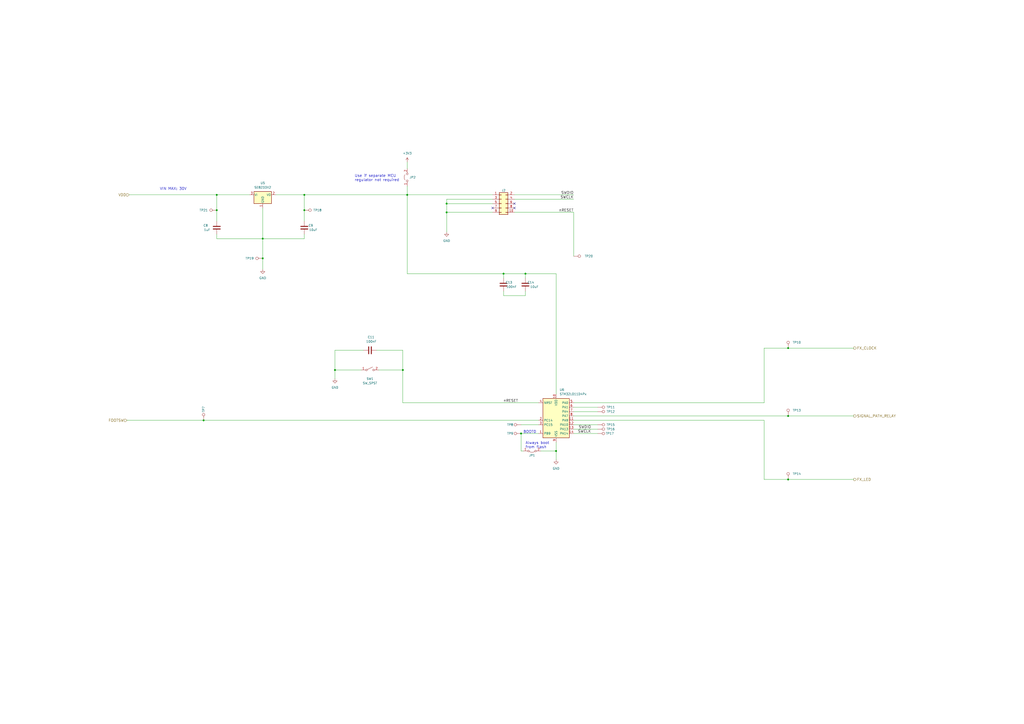
<source format=kicad_sch>
(kicad_sch (version 20211123) (generator eeschema)
  (paper "A2")
  (lib_symbols
    (symbol "Connector:TestPoint" (pin_numbers hide) (pin_names (offset 0.762) hide)
      (property "Reference" "TP" (at 0 6.858 0))
      (property "Value" "TestPoint" (at 0 5.08 0))
      (symbol "TestPoint_0_1"
        (circle (center 0 3.302) (radius 0.762))
      )
      (symbol "TestPoint_1_1"
        (pin passive line (at 0 0 90) (length 2.54) (name "1") (number "1"))
      )
    )
    (symbol "Connector_Generic:Conn_02x05_Odd_Even" (pin_names (offset 1.016) hide)
      (property "Reference" "J" (at 1.27 7.62 0))
      (property "Value" "Conn_02x05_Odd_Even" (at 1.27 -7.62 0))
      (symbol "Conn_02x05_Odd_Even_1_1"
        (rectangle (start -1.27 -4.953) (end 0 -5.207) (stroke (width 0.1524)))
        (rectangle (start -1.27 -2.413) (end 0 -2.667) (stroke (width 0.1524)))
        (rectangle (start -1.27 0.127) (end 0 -0.127) (stroke (width 0.1524)))
        (rectangle (start -1.27 2.667) (end 0 2.413) (stroke (width 0.1524)))
        (rectangle (start -1.27 5.207) (end 0 4.953) (stroke (width 0.1524)))
        (rectangle (start -1.27 6.35) (end 3.81 -6.35) (stroke (width 0.254)) (fill (type background)))
        (rectangle (start 3.81 -4.953) (end 2.54 -5.207) (stroke (width 0.1524)))
        (rectangle (start 3.81 -2.413) (end 2.54 -2.667) (stroke (width 0.1524)))
        (rectangle (start 3.81 0.127) (end 2.54 -0.127) (stroke (width 0.1524)))
        (rectangle (start 3.81 2.667) (end 2.54 2.413) (stroke (width 0.1524)))
        (rectangle (start 3.81 5.207) (end 2.54 4.953) (stroke (width 0.1524)))
        (pin passive line (at -5.08 5.08 0) (length 3.81) (name "Pin_1") (number "1"))
        (pin passive line (at 7.62 -5.08 180) (length 3.81) (name "Pin_10") (number "10"))
        (pin passive line (at 7.62 5.08 180) (length 3.81) (name "Pin_2") (number "2"))
        (pin passive line (at -5.08 2.54 0) (length 3.81) (name "Pin_3") (number "3"))
        (pin passive line (at 7.62 2.54 180) (length 3.81) (name "Pin_4") (number "4"))
        (pin passive line (at -5.08 0 0) (length 3.81) (name "Pin_5") (number "5"))
        (pin passive line (at 7.62 0 180) (length 3.81) (name "Pin_6") (number "6"))
        (pin passive line (at -5.08 -2.54 0) (length 3.81) (name "Pin_7") (number "7"))
        (pin passive line (at 7.62 -2.54 180) (length 3.81) (name "Pin_8") (number "8"))
        (pin passive line (at -5.08 -5.08 0) (length 3.81) (name "Pin_9") (number "9"))
      )
    )
    (symbol "Device:C" (pin_numbers hide) (pin_names (offset 0.254))
      (property "Reference" "C" (at 0.635 2.54 0))
      (property "Value" "C" (at 0.635 -2.54 0))
      (symbol "C_0_1"
        (polyline (pts (xy -2.032 -0.762) (xy 2.032 -0.762)) (stroke (width 0.508)))
        (polyline (pts (xy -2.032 0.762) (xy 2.032 0.762)) (stroke (width 0.508)))
      )
      (symbol "C_1_1"
        (pin passive line (at 0 3.81 270) (length 2.794) (name "~") (number "1"))
        (pin passive line (at 0 -3.81 90) (length 2.794) (name "~") (number "2"))
      )
    )
    (symbol "Jumper:Jumper_2_Bridged" (pin_names (offset 0) hide)
      (property "Reference" "JP" (at 0 1.905 0))
      (property "Value" "Jumper_2_Bridged" (at 0 -2.54 0))
      (symbol "Jumper_2_Bridged_0_0"
        (circle (center -2.032 0) (radius 0.508))
        (circle (center 2.032 0) (radius 0.508))
      )
      (symbol "Jumper_2_Bridged_0_1"
        (arc (start 1.524 0.254) (mid 0 0.762) (end -1.524 0.254))
      )
      (symbol "Jumper_2_Bridged_1_1"
        (pin passive line (at -5.08 0 0) (length 2.54) (name "A") (number "1"))
        (pin passive line (at 5.08 0 180) (length 2.54) (name "B") (number "2"))
      )
    )
    (symbol "Jumper:Jumper_2_Open" (pin_names (offset 0) hide)
      (property "Reference" "JP" (at 0 2.794 0))
      (property "Value" "Jumper_2_Open" (at 0 -2.286 0))
      (symbol "Jumper_2_Open_0_0"
        (circle (center -2.032 0) (radius 0.508))
        (circle (center 2.032 0) (radius 0.508))
      )
      (symbol "Jumper_2_Open_0_1"
        (arc (start 1.524 1.27) (mid 0 1.778) (end -1.524 1.27))
      )
      (symbol "Jumper_2_Open_1_1"
        (pin passive line (at -5.08 0 0) (length 2.54) (name "A") (number "1"))
        (pin passive line (at 5.08 0 180) (length 2.54) (name "B") (number "2"))
      )
    )
    (symbol "MCU_ST_STM32L0:STM32L011D4Px"
      (property "Reference" "U" (at -7.62 11.43 0))
      (property "Value" "STM32L011D4Px" (at 2.54 11.43 0))
      (symbol "STM32L011D4Px_0_1"
        (rectangle (start -7.62 -12.7) (end 7.62 10.16) (stroke (width 0.254)) (fill (type background)))
      )
      (symbol "STM32L011D4Px_1_1"
        (pin bidirectional line (at -10.16 -10.16 0) (length 2.54) (name "PB9") (number "1"))
        (pin power_in line (at 0 12.7 270) (length 2.54) (name "VDD") (number "10"))
        (pin bidirectional line (at 10.16 -2.54 180) (length 2.54) (name "PA9") (number "11"))
        (pin bidirectional line (at 10.16 -5.08 180) (length 2.54) (name "PA10") (number "12"))
        (pin bidirectional line (at 10.16 -7.62 180) (length 2.54) (name "PA13") (number "13"))
        (pin bidirectional line (at 10.16 -10.16 180) (length 2.54) (name "PA14") (number "14"))
        (pin bidirectional line (at -10.16 -2.54 0) (length 2.54) (name "PC14") (number "2"))
        (pin bidirectional line (at -10.16 -5.08 0) (length 2.54) (name "PC15") (number "3"))
        (pin input line (at -10.16 7.62 0) (length 2.54) (name "NRST") (number "4"))
        (pin bidirectional line (at 10.16 7.62 180) (length 2.54) (name "PA0") (number "5"))
        (pin bidirectional line (at 10.16 5.08 180) (length 2.54) (name "PA1") (number "6"))
        (pin bidirectional line (at 10.16 2.54 180) (length 2.54) (name "PA4") (number "7"))
        (pin bidirectional line (at 10.16 0 180) (length 2.54) (name "PA7") (number "8"))
        (pin power_in line (at 0 -15.24 90) (length 2.54) (name "VSS") (number "9"))
      )
    )
    (symbol "Regulator_Linear:MCP1700-3302E_SOT23" (pin_names (offset 0.254))
      (property "Reference" "U" (at -3.81 3.175 0))
      (property "Value" "MCP1700-3302E_SOT23" (at 0 3.175 0))
      (symbol "MCP1700-3302E_SOT23_0_1"
        (rectangle (start -5.08 1.905) (end 5.08 -5.08) (stroke (width 0.254)) (fill (type background)))
      )
      (symbol "MCP1700-3302E_SOT23_1_1"
        (pin power_in line (at 0 -7.62 90) (length 2.54) (name "GND") (number "1"))
        (pin power_out line (at 7.62 0 180) (length 2.54) (name "VO") (number "2"))
        (pin power_in line (at -7.62 0 0) (length 2.54) (name "VI") (number "3"))
      )
    )
    (symbol "Switch:SW_SPST" (pin_names (offset 0) hide)
      (property "Reference" "SW" (at 0 3.175 0))
      (property "Value" "SW_SPST" (at 0 -2.54 0))
      (symbol "SW_SPST_0_0"
        (circle (center -2.032 0) (radius 0.508))
        (polyline (pts (xy -1.524 0.254) (xy 1.524 1.778)))
        (circle (center 2.032 0) (radius 0.508))
      )
      (symbol "SW_SPST_1_1"
        (pin passive line (at -5.08 0 0) (length 2.54) (name "A") (number "1"))
        (pin passive line (at 5.08 0 180) (length 2.54) (name "B") (number "2"))
      )
    )
    (symbol "power:+3.3V" (power) (pin_names (offset 0))
      (property "Value" "+3.3V" (at 0 3.556 0))
      (symbol "+3.3V_0_1"
        (polyline (pts (xy -0.762 1.27) (xy 0 2.54)))
        (polyline (pts (xy 0 0) (xy 0 2.54)))
        (polyline (pts (xy 0 2.54) (xy 0.762 1.27)))
      )
      (symbol "+3.3V_1_1"
        (pin power_in line (at 0 0 90) (length 0) hide (name "+3V3") (number "1"))
      )
    )
    (symbol "power:GND" (power) (pin_names (offset 0))
      (property "Value" "GND" (at 0 -3.81 0))
      (symbol "GND_0_1"
        (polyline (pts (xy 0 0) (xy 0 -1.27) (xy 1.27 -1.27) (xy 0 -2.54) (xy -1.27 -1.27) (xy 0 -1.27)))
      )
      (symbol "GND_1_1"
        (pin power_in line (at 0 0 270) (length 0) hide (name "GND") (number "1"))
      )
    )
  )
  (junction (at 176.53 121.92))
  (junction (at 118.11 243.84))
  (junction (at 259.08 123.19))
  (junction (at 457.2 278.13))
  (junction (at 176.53 113.03))
  (junction (at 304.8 158.75))
  (junction (at 194.31 214.63))
  (junction (at 302.26 251.46))
  (junction (at 152.4 149.86))
  (junction (at 322.58 261.62))
  (junction (at 457.2 201.93))
  (junction (at 292.1 158.75))
  (junction (at 457.2 241.3))
  (junction (at 125.73 113.03))
  (junction (at 259.08 118.11))
  (junction (at 236.22 113.03))
  (junction (at 152.4 138.43))
  (junction (at 125.73 121.92))
  (junction (at 233.68 214.63))
  (no_connect (at 298.45 120.65))
  (no_connect (at 298.45 118.11))
  (no_connect (at 285.75 120.65))
  (wire (pts (xy 236.22 158.75) (xy 292.1 158.75)))
  (wire (pts (xy 332.74 246.38) (xy 346.71 246.38)))
  (wire (pts (xy 218.44 203.2) (xy 233.68 203.2)))
  (wire (pts (xy 298.45 123.19) (xy 332.74 123.19)))
  (wire (pts (xy 443.23 233.68) (xy 443.23 201.93)))
  (wire (pts (xy 304.8 158.75) (xy 322.58 158.75)))
  (wire (pts (xy 302.26 261.62) (xy 303.53 261.62)))
  (wire (pts (xy 125.73 113.03) (xy 125.73 121.92)))
  (wire (pts (xy 332.74 243.84) (xy 443.23 243.84)))
  (wire (pts (xy 233.68 233.68) (xy 312.42 233.68)))
  (wire (pts (xy 194.31 203.2) (xy 194.31 214.63)))
  (wire (pts (xy 74.93 113.03) (xy 125.73 113.03)))
  (wire (pts (xy 285.75 115.57) (xy 259.08 115.57)))
  (wire (pts (xy 152.4 149.86) (xy 152.4 156.21)))
  (wire (pts (xy 302.26 251.46) (xy 302.26 261.62)))
  (wire (pts (xy 292.1 158.75) (xy 292.1 161.29)))
  (wire (pts (xy 152.4 138.43) (xy 176.53 138.43)))
  (wire (pts (xy 332.74 241.3) (xy 457.2 241.3)))
  (wire (pts (xy 457.2 278.13) (xy 495.3 278.13)))
  (wire (pts (xy 259.08 123.19) (xy 285.75 123.19)))
  (wire (pts (xy 346.71 251.46) (xy 332.74 251.46)))
  (wire (pts (xy 292.1 168.91) (xy 292.1 171.45)))
  (wire (pts (xy 332.74 123.19) (xy 332.74 148.59)))
  (wire (pts (xy 236.22 113.03) (xy 236.22 158.75)))
  (wire (pts (xy 236.22 113.03) (xy 285.75 113.03)))
  (wire (pts (xy 259.08 118.11) (xy 259.08 123.19)))
  (wire (pts (xy 125.73 121.92) (xy 125.73 128.27)))
  (wire (pts (xy 176.53 121.92) (xy 176.53 128.27)))
  (wire (pts (xy 176.53 113.03) (xy 236.22 113.03)))
  (wire (pts (xy 298.45 115.57) (xy 332.74 115.57)))
  (wire (pts (xy 125.73 135.89) (xy 125.73 138.43)))
  (wire (pts (xy 292.1 171.45) (xy 304.8 171.45)))
  (wire (pts (xy 332.74 233.68) (xy 443.23 233.68)))
  (wire (pts (xy 322.58 158.75) (xy 322.58 228.6)))
  (wire (pts (xy 313.69 261.62) (xy 322.58 261.62)))
  (wire (pts (xy 443.23 278.13) (xy 457.2 278.13)))
  (wire (pts (xy 152.4 120.65) (xy 152.4 138.43)))
  (wire (pts (xy 304.8 158.75) (xy 304.8 161.29)))
  (wire (pts (xy 259.08 118.11) (xy 285.75 118.11)))
  (wire (pts (xy 298.45 113.03) (xy 332.74 113.03)))
  (wire (pts (xy 302.26 251.46) (xy 312.42 251.46)))
  (wire (pts (xy 118.11 243.84) (xy 312.42 243.84)))
  (wire (pts (xy 457.2 201.93) (xy 495.3 201.93)))
  (wire (pts (xy 236.22 93.98) (xy 236.22 97.79)))
  (wire (pts (xy 304.8 171.45) (xy 304.8 168.91)))
  (wire (pts (xy 457.2 241.3) (xy 495.3 241.3)))
  (wire (pts (xy 209.55 214.63) (xy 194.31 214.63)))
  (wire (pts (xy 73.66 243.84) (xy 118.11 243.84)))
  (wire (pts (xy 144.78 113.03) (xy 125.73 113.03)))
  (wire (pts (xy 233.68 203.2) (xy 233.68 214.63)))
  (wire (pts (xy 346.71 248.92) (xy 332.74 248.92)))
  (wire (pts (xy 233.68 214.63) (xy 233.68 233.68)))
  (wire (pts (xy 322.58 256.54) (xy 322.58 261.62)))
  (wire (pts (xy 160.02 113.03) (xy 176.53 113.03)))
  (wire (pts (xy 194.31 203.2) (xy 210.82 203.2)))
  (wire (pts (xy 259.08 115.57) (xy 259.08 118.11)))
  (wire (pts (xy 332.74 236.22) (xy 346.71 236.22)))
  (wire (pts (xy 176.53 135.89) (xy 176.53 138.43)))
  (wire (pts (xy 322.58 261.62) (xy 322.58 266.7)))
  (wire (pts (xy 302.26 246.38) (xy 312.42 246.38)))
  (wire (pts (xy 292.1 158.75) (xy 304.8 158.75)))
  (wire (pts (xy 259.08 123.19) (xy 259.08 134.62)))
  (wire (pts (xy 219.71 214.63) (xy 233.68 214.63)))
  (wire (pts (xy 194.31 214.63) (xy 194.31 219.71)))
  (wire (pts (xy 332.74 238.76) (xy 346.71 238.76)))
  (wire (pts (xy 443.23 201.93) (xy 457.2 201.93)))
  (wire (pts (xy 236.22 107.95) (xy 236.22 113.03)))
  (wire (pts (xy 152.4 138.43) (xy 152.4 149.86)))
  (wire (pts (xy 443.23 278.13) (xy 443.23 243.84)))
  (wire (pts (xy 176.53 113.03) (xy 176.53 121.92)))
  (wire (pts (xy 125.73 138.43) (xy 152.4 138.43)))
  (text "Always boot \nfrom flash" (at 304.8 260.35 0) (effects (font (size 1.524 1.524)) (justify left bottom)))
  (text "BOOT0" (at 303.53 251.46 0) (effects (font (size 1.524 1.524)) (justify left bottom)))
  (text "Use if separate MCU\nregulator not required" (at 205.74 105.41 0) (effects (font (size 1.524 1.524)) (justify left bottom)))
  (text "VIN MAX: 30V" (at 92.71 110.49 0) (effects (font (size 1.524 1.524)) (justify left bottom)))
  (label "SWCLK" (at 342.9 251.46 180) (effects (font (size 1.524 1.524))))
  (label "nRESET" (at 332.74 123.19 180) (effects (font (size 1.524 1.524))))
  (label "SWDIO" (at 332.74 113.03 180) (effects (font (size 1.524 1.524))))
  (label "nRESET" (at 292.1 233.68 0) (effects (font (size 1.524 1.524))))
  (label "SWCLK" (at 332.74 115.57 180) (effects (font (size 1.524 1.524))))
  (label "SWDIO" (at 342.9 248.92 180) (effects (font (size 1.524 1.524))))
  (hierarchical_label "VDD" (shape input) (at 74.93 113.03 180) (effects (font (size 1.524 1.524))))
  (hierarchical_label "FOOTSW" (shape input) (at 73.66 243.84 180) (effects (font (size 1.524 1.524))))
  (hierarchical_label "SIGNAL_PATH_RELAY" (shape output) (at 495.3 241.3 0) (effects (font (size 1.524 1.524))))
  (hierarchical_label "FX_LED" (shape output) (at 495.3 278.13 0) (effects (font (size 1.524 1.524))))
  (hierarchical_label "FX_CLOCK" (shape output) (at 495.3 201.93 0) (effects (font (size 1.524 1.524))))
  (symbol (lib_id "MCU_ST_STM32L0:STM32L011D4Px") (at 322.58 241.3 0) (unit 1)
    (property "Reference" "U6" (at 324.5994 226.06 0) (effects (justify left)))
    (property "Value" "STM32L011D4Px" (at 324.5994 228.6 0) (effects (justify left)))
    (property "Footprint" "Package_SO:TSSOP-14_4.4x5mm_P0.65mm" (effects hide))
    (property "Datasheet" "http://www.st.com/st-web-ui/static/active/en/resource/technical/document/datasheet/DM00206508.pdf" (effects hide))
  )
  (symbol (lib_id "Switch:SW_SPST") (at 214.63 214.63 0) (unit 1)
    (property "Reference" "SW1" (at 214.63 219.71 0))
    (property "Value" "SW_SPST" (at 214.63 222.25 0))
  )
  (symbol (lib_id "Connector:TestPoint") (at 332.74 148.59 270) (unit 1)
    (property "Reference" "TP20" (at 339.09 148.59 90) (effects (justify left)))
    (property "Value" "TestPoint" (effects hide))
    (property "Footprint" "TestPoint:TestPoint_Pad_D1.0mm" (effects hide))
  )
  (symbol (lib_id "Connector:TestPoint") (at 125.73 121.92 90) (unit 1)
    (property "Reference" "TP21" (at 118.11 121.92 90))
    (property "Value" "TestPoint" (effects hide))
    (property "Footprint" "TestPoint:TestPoint_Pad_D1.0mm" (effects hide))
  )
  (symbol (lib_id "Connector:TestPoint") (at 457.2 241.3 0) (unit 1)
    (property "Reference" "TP13" (at 459.74 237.9979 0) (effects (justify left)))
    (property "Value" "TestPoint" (effects hide))
    (property "Footprint" "TestPoint:TestPoint_Pad_D1.0mm" (effects hide))
  )
  (symbol (lib_id "Regulator_Linear:MCP1700-3302E_SOT23") (at 152.4 113.03 0) (unit 1)
    (property "Reference" "U5" (at 152.4 106.172 0))
    (property "Value" "SE8233X2" (at 152.4 108.712 0))
    (property "Footprint" "Package_TO_SOT_SMD:SOT-23" (effects hide))
    (property "Datasheet" "https://datasheet.lcsc.com/lcsc/2201242200_Seaward-Elec-SE8233X2-HF_C437587.pdf" (effects hide))
  )
  (symbol (lib_id "Connector:TestPoint") (at 346.71 246.38 270) (unit 1)
    (property "Reference" "TP15" (at 351.79 246.3799 90) (effects (justify left)))
    (property "Value" "TestPoint" (effects hide))
    (property "Footprint" "TestPoint:TestPoint_Pad_D1.0mm" (effects hide))
  )
  (symbol (lib_id "Connector:TestPoint") (at 346.71 236.22 270) (unit 1)
    (property "Reference" "TP11" (at 351.79 236.2199 90) (effects (justify left)))
    (property "Value" "TestPoint" (effects hide))
    (property "Footprint" "TestPoint:TestPoint_Pad_D1.0mm" (effects hide))
  )
  (symbol (lib_id "Connector:TestPoint") (at 457.2 201.93 0) (unit 1)
    (property "Reference" "TP10" (at 459.74 198.6279 0) (effects (justify left)))
    (property "Value" "TestPoint" (effects hide))
    (property "Footprint" "TestPoint:TestPoint_Pad_D1.0mm" (effects hide))
  )
  (symbol (lib_id "Connector:TestPoint") (at 176.53 121.92 270) (unit 1)
    (property "Reference" "TP18" (at 184.15 121.92 90))
    (property "Value" "TestPoint" (effects hide))
    (property "Footprint" "TestPoint:TestPoint_Pad_D1.0mm" (effects hide))
  )
  (symbol (lib_id "Connector:TestPoint") (at 346.71 251.46 270) (unit 1)
    (property "Reference" "TP17" (at 353.695 251.46 90))
    (property "Value" "TestPoint" (effects hide))
    (property "Footprint" "TestPoint:TestPoint_Pad_D1.0mm" (effects hide))
  )
  (symbol (lib_id "Connector:TestPoint") (at 302.26 246.38 90) (unit 1)
    (property "Reference" "TP8" (at 295.91 246.38 90))
    (property "Value" "TestPoint" (effects hide))
    (property "Footprint" "TestPoint:TestPoint_Pad_D1.0mm" (effects hide))
  )
  (symbol (lib_id "Connector:TestPoint") (at 152.4 149.86 90) (unit 1)
    (property "Reference" "TP19" (at 144.78 149.86 90))
    (property "Value" "TestPoint" (effects hide))
    (property "Footprint" "TestPoint:TestPoint_Pad_D1.0mm" (effects hide))
  )
  (symbol (lib_id "power:GND") (at 194.31 219.71 0) (unit 1)
    (property "Reference" "#PWR016" (effects hide))
    (property "Value" "GND" (at 194.31 224.79 0))
  )
  (symbol (lib_id "Connector:TestPoint") (at 302.26 251.46 90) (unit 1)
    (property "Reference" "TP9" (at 295.91 251.46 90))
    (property "Value" "TestPoint" (effects hide))
    (property "Footprint" "TestPoint:TestPoint_Pad_D1.0mm" (effects hide))
  )
  (symbol (lib_id "Device:C") (at 292.1 165.1 0) (unit 1)
    (property "Reference" "C13" (at 297.18 163.83 0) (effects (justify right)))
    (property "Value" "100nF" (at 299.72 166.37 0) (effects (justify right)))
    (property "Footprint" "Capacitor_SMD:C_0805_2012Metric_Pad1.18x1.45mm_HandSolder" (effects hide))
  )
  (symbol (lib_id "Device:C") (at 304.8 165.1 0) (mirror x) (unit 1)
    (property "Reference" "C14" (at 309.88 163.83 0) (effects (justify right)))
    (property "Value" "10uF" (at 312.42 166.37 0) (effects (justify right)))
    (property "Footprint" "Capacitor_SMD:C_0805_2012Metric_Pad1.18x1.45mm_HandSolder" (effects hide))
  )
  (symbol (lib_id "Connector_Generic:Conn_02x05_Odd_Even") (at 290.83 118.11 0) (unit 1)
    (property "Reference" "J2" (at 292.1 110.49 0))
    (property "Value" "Conn_02x05_Odd_Even" (effects hide))
  )
  (symbol (lib_id "Jumper:Jumper_2_Bridged") (at 308.61 261.62 0) (mirror x) (unit 1)
    (property "Reference" "JP1" (at 308.61 264.16 0))
    (property "Value" "Jumper_2_Bridged" (effects hide))
  )
  (symbol (lib_id "power:GND") (at 152.4 156.21 0) (unit 1)
    (property "Reference" "#PWR010" (effects hide))
    (property "Value" "GND" (at 152.4 161.29 0))
  )
  (symbol (lib_id "Device:C") (at 125.73 132.08 0) (mirror x) (unit 1)
    (property "Reference" "C8" (at 120.65 130.81 0) (effects (justify right)))
    (property "Value" "1uF" (at 121.92 133.3499 0) (effects (justify right)))
    (property "Footprint" "Capacitor_SMD:C_0805_2012Metric_Pad1.18x1.45mm_HandSolder" (effects hide))
  )
  (symbol (lib_id "power:+3.3V") (at 236.22 93.98 0) (unit 1)
    (property "Reference" "#PWR020" (effects hide))
    (property "Value" "+3.3V" (at 236.22 88.9 0))
  )
  (symbol (lib_id "Jumper:Jumper_2_Open") (at 236.22 102.87 90) (unit 1)
    (property "Reference" "JP2" (at 237.49 102.8699 90) (effects (justify right)))
    (property "Value" "Jumper_2_Open" (effects hide))
  )
  (symbol (lib_id "Connector:TestPoint") (at 346.71 238.76 270) (unit 1)
    (property "Reference" "TP12" (at 351.79 238.7599 90) (effects (justify left)))
    (property "Value" "TestPoint" (effects hide))
    (property "Footprint" "TestPoint:TestPoint_Pad_D1.0mm" (effects hide))
  )
  (symbol (lib_id "Connector:TestPoint") (at 457.2 278.13 0) (unit 1)
    (property "Reference" "TP14" (at 459.74 274.8279 0) (effects (justify left)))
    (property "Value" "TestPoint" (effects hide))
    (property "Footprint" "TestPoint:TestPoint_Pad_D1.0mm" (effects hide))
  )
  (symbol (lib_id "power:GND") (at 259.08 134.62 0) (unit 1)
    (property "Reference" "#PWR021" (effects hide))
    (property "Value" "GND" (at 259.08 139.7 0))
  )
  (symbol (lib_id "Device:C") (at 214.63 203.2 270) (mirror x) (unit 1)
    (property "Reference" "C11" (at 217.17 195.58 90) (effects (justify right)))
    (property "Value" "100nF" (at 218.44 198.12 90) (effects (justify right)))
    (property "Footprint" "Capacitor_SMD:C_0805_2012Metric_Pad1.18x1.45mm_HandSolder" (effects hide))
  )
  (symbol (lib_id "Device:C") (at 176.53 132.08 0) (mirror x) (unit 1)
    (property "Reference" "C9" (at 181.61 130.81 0) (effects (justify right)))
    (property "Value" "10uF" (at 184.15 133.35 0) (effects (justify right)))
    (property "Footprint" "Capacitor_SMD:C_0805_2012Metric_Pad1.18x1.45mm_HandSolder" (effects hide))
  )
  (symbol (lib_id "Connector:TestPoint") (at 118.11 243.84 0) (unit 1)
    (property "Reference" "TP7" (at 118.11 237.49 90))
    (property "Value" "TestPoint" (effects hide))
    (property "Footprint" "TestPoint:TestPoint_Pad_D1.0mm" (effects hide))
  )
  (symbol (lib_id "Connector:TestPoint") (at 346.71 248.92 270) (unit 1)
    (property "Reference" "TP16" (at 351.79 248.92 90) (effects (justify left)))
    (property "Value" "TestPoint" (effects hide))
    (property "Footprint" "TestPoint:TestPoint_Pad_D1.0mm" (effects hide))
  )
  (symbol (lib_id "power:GND") (at 322.58 266.7 0) (unit 1)
    (property "Reference" "#PWR019" (effects hide))
    (property "Value" "GND" (at 322.58 271.78 0))
  )
)
</source>
